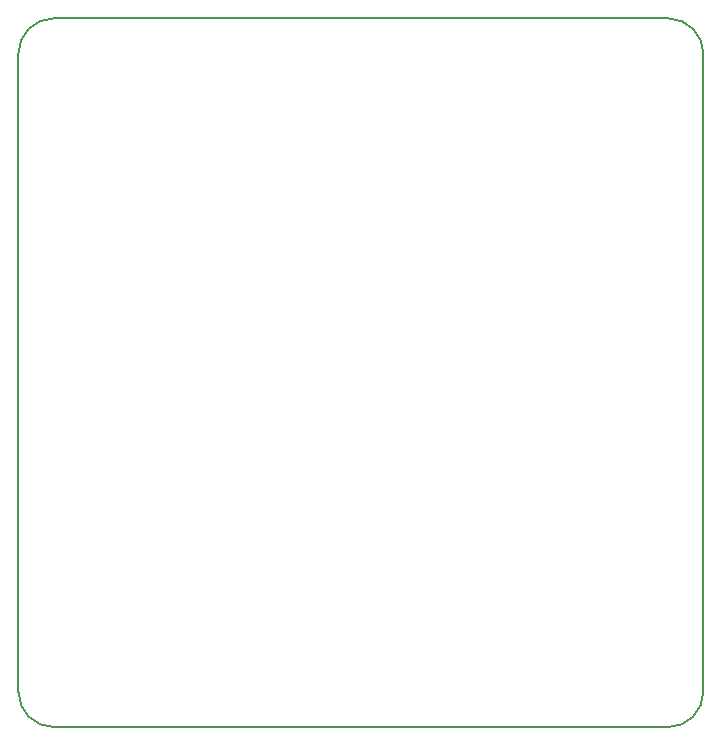
<source format=gm1>
G04 #@! TF.GenerationSoftware,KiCad,Pcbnew,9.0.0*
G04 #@! TF.CreationDate,2025-05-05T16:58:24-05:00*
G04 #@! TF.ProjectId,active3-rpi-hub75-adapter,61637469-7665-4332-9d72-70692d687562,rev?*
G04 #@! TF.SameCoordinates,Original*
G04 #@! TF.FileFunction,Profile,NP*
%FSLAX46Y46*%
G04 Gerber Fmt 4.6, Leading zero omitted, Abs format (unit mm)*
G04 Created by KiCad (PCBNEW 9.0.0) date 2025-05-05 16:58:24*
%MOMM*%
%LPD*%
G01*
G04 APERTURE LIST*
G04 #@! TA.AperFunction,Profile*
%ADD10C,0.200000*%
G04 #@! TD*
G04 APERTURE END LIST*
D10*
X122000000Y-63000000D02*
X122000000Y-117000000D01*
X177000000Y-60000000D02*
X125000000Y-60000000D01*
X180000000Y-117000000D02*
X180000000Y-63000000D01*
X125000000Y-120000000D02*
X177000000Y-120000000D01*
X180000000Y-117000000D02*
G75*
G02*
X177000000Y-120000000I-3000000J0D01*
G01*
X125000000Y-120000000D02*
G75*
G02*
X122000000Y-117000000I0J3000000D01*
G01*
X122000000Y-63000000D02*
G75*
G02*
X125000000Y-60000000I3000000J0D01*
G01*
X177000000Y-60000000D02*
G75*
G02*
X180000000Y-63000000I0J-3000000D01*
G01*
M02*

</source>
